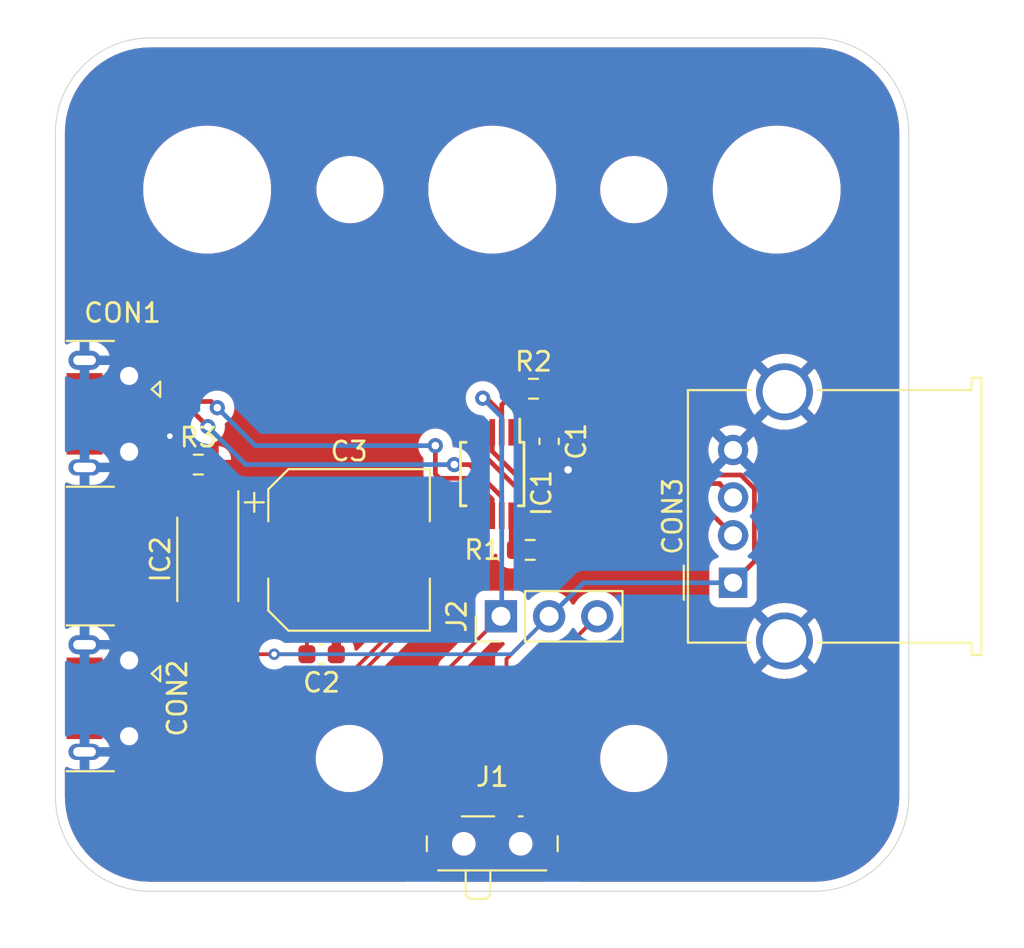
<source format=kicad_pcb>
(kicad_pcb (version 20221018) (generator pcbnew)
  (layers (0 "F.Cu" signal) (31 "B.Cu" signal) (34 "B.Paste" user) (35 "F.Paste" user) (36 "B.SilkS" user "B.Silkscreen") (37 "F.SilkS" user "F.Silkscreen") (38 "B.Mask" user) (39 "F.Mask" user) (44 "Edge.Cuts" user))
  (net 0 "")
  (net 1 "+5V")
  (net 2 "GND")
  (net 3 "/usb_negative_main")
  (net 4 "/usb_positive_main")
  (net 5 "/usb_negative_secondary_2")
  (net 6 "/usb_positive_secondary_2")
  (net 7 "/usb_id_secondary_1")
  (net 8 "/usb_positive_secondary_1")
  (net 9 "/usb_id_secondary_2")
  (net 10 "/usb_negative_secondary_1")
  (net 11 "/select")
  (net 12 "Net-(IC1-___oe)")
  (net 13 "/slide_switch_out_2")
  (net 14 "/5v_in_1_zz")
  (net 15 "/5v_in_2_zz")
  (net 16 "/status_zz")
  (net 17 "Net-(IC2-___ilim)")
  (footprint "oomlout_oomp_part_footprints:swsi1hs_electronic_switch_slide_2d54_header_surface_mount_single_pole_double_throw" (layer "F.Cu") (at 0.46 7.5 90)
    (fp_text reference "J2" (at 0 -2.33 90) (layer "F.SilkS"))
    (fp_text value "swsi1hs")
    (fp_line (start -1.33 -1.33) (end 0 -1.33) (stroke (width 0.12)) (layer "F.SilkS"))
    (fp_line (start -1.33 0) (end -1.33 -1.33) (stroke (width 0.12)) (layer "F.SilkS"))
    (fp_line (start -1.33 1.27) (end -1.33 6.41) (stroke (width 0.12)) (layer "F.SilkS"))
    (fp_line (start -1.33 1.27) (end 1.33 1.27) (stroke (width 0.12)) (layer "F.SilkS"))
    (fp_line (start -1.33 6.41) (end 1.33 6.41) (stroke (width 0.12)) (layer "F.SilkS"))
    (fp_line (start 1.33 1.27) (end 1.33 6.41) (stroke (width 0.12)) (layer "F.SilkS"))
    (pad "1" thru_hole rect (at 0 0 90) (size 1.7 1.7) (drill 1) (layers "*.Cu" "*.Mask") (net 11 "/select"))
    (pad "2" thru_hole oval (at 0 2.54 90) (size 1.7 1.7) (drill 1) (layers "*.Cu" "*.Mask") (net 1 "+5V"))
    (pad "3" thru_hole oval (at 0 5.08 90) (size 1.7 1.7) (drill 1) (layers "*.Cu" "*.Mask") (net 13 "/slide_switch_out_2"))
  )
  (footprint "oomlout_oomp_part_footprints:scuath_electronic_socket_usb_a_through_hole" (layer "F.Cu") (at 12.7 5.73 90)
    (fp_text reference "CON3" (at 3.5 -3.19 90) (layer "F.SilkS"))
    (fp_text value "scuath")
    (fp_line (start -3.81 12.58) (end -3.81 13.1) (stroke (width 0.12)) (layer "F.SilkS"))
    (fp_line (start -3.81 13.1) (end 10.81 13.1) (stroke (width 0.12)) (layer "F.SilkS"))
    (fp_line (start -3.16 -2.38) (end -3.16 0.95) (stroke (width 0.12)) (layer "F.SilkS"))
    (fp_line (start -3.16 -2.38) (end 10.16 -2.38) (stroke (width 0.12)) (layer "F.SilkS"))
    (fp_line (start -3.16 12.58) (end -3.81 12.58) (stroke (width 0.12)) (layer "F.SilkS"))
    (fp_line (start -3.16 12.58) (end -3.16 4.47) (stroke (width 0.12)) (layer "F.SilkS"))
    (fp_line (start -0.9 -2.6) (end 0.9 -2.6) (stroke (width 0.12)) (layer "F.SilkS"))
    (fp_line (start 10.16 -2.38) (end 10.16 0.95) (stroke (width 0.12)) (layer "F.SilkS"))
    (fp_line (start 10.16 4.47) (end 10.16 12.58) (stroke (width 0.12)) (layer "F.SilkS"))
    (fp_line (start 10.81 12.58) (end 10.16 12.58) (stroke (width 0.12)) (layer "F.SilkS"))
    (fp_line (start 10.81 13.1) (end 10.81 12.58) (stroke (width 0.12)) (layer "F.SilkS"))
    (pad "1" thru_hole rect (at 0 0 90) (size 1.6 1.5) (drill 0.95) (layers "*.Cu" "*.Mask") (net 1 "+5V"))
    (pad "2" thru_hole circle (at 2.5 0 90) (size 1.6 1.6) (drill 0.95) (layers "*.Cu" "*.Mask") (net 3 "/usb_negative_main"))
    (pad "3" thru_hole circle (at 4.5 0 90) (size 1.6 1.6) (drill 0.95) (layers "*.Cu" "*.Mask") (net 4 "/usb_positive_main"))
    (pad "4" thru_hole circle (at 7 0 90) (size 1.6 1.6) (drill 0.95) (layers "*.Cu" "*.Mask") (net 2 "GND"))
    (pad "5" thru_hole circle (at -3.07 2.71 90) (size 3 3) (drill 2.3) (layers "*.Cu" "*.Mask") (net 2 "GND"))
    (pad "5" thru_hole circle (at 10.07 2.71 90) (size 3 3) (drill 2.3) (layers "*.Cu" "*.Mask") (net 2 "GND"))
  )
  (footprint "oomlout_oomp_part_footprints:r6o271_electronic_resistor_0603_270_ohm" (layer "F.Cu") (at -15.5 -0.5)
    (fp_text reference "R3" (at 0 -1.43) (layer "F.SilkS"))
    (fp_text value "r6o271")
    (fp_line (start -0.237258 -0.5225) (end 0.237258 -0.5225) (stroke (width 0.12)) (layer "F.SilkS"))
    (fp_line (start -0.237258 0.5225) (end 0.237258 0.5225) (stroke (width 0.12)) (layer "F.SilkS"))
    (pad "1" smd roundrect (at -0.825 0) (size 0.8 0.95) (layers "F.Cu" "F.Paste" "F.Mask") (net 17 "Net-(IC2-___ilim)"))
    (pad "2" smd roundrect (at 0.825 0) (size 0.8 0.95) (layers "F.Cu" "F.Paste" "F.Mask") (net 2 "GND"))
  )
  (footprint "oomlout_oomp_part_footprints:mhm3_electronic_mounting_hole_m3" (layer "F.Cu") (at -7.535534 15)
    (fp_text reference "H7" hide)
    (fp_text value "mhm3" hide)
    (pad "" np_thru_hole circle (at 0 0) (size 3.2 3.2) (drill 3.2) (layers "F&B.Cu" "*.Mask"))
  )
  (footprint "oomlout_oomp_part_footprints:c6nf100_electronic_capacitor_0603_100_nano_farad" (layer "F.Cu") (at 3 -1.725 -90)
    (fp_text reference "C1" (at 0 -1.43 90) (layer "F.SilkS"))
    (fp_text value "c6nf100")
    (fp_line (start -0.14058 -0.51) (end 0.14058 -0.51) (stroke (width 0.12)) (layer "F.SilkS"))
    (fp_line (start -0.14058 0.51) (end 0.14058 0.51) (stroke (width 0.12)) (layer "F.SilkS"))
    (pad "1" smd roundrect (at -0.775 0 270) (size 0.9 0.95) (layers "F.Cu" "F.Paste" "F.Mask") (net 1 "+5V"))
    (pad "2" smd roundrect (at 0.775 0 270) (size 0.9 0.95) (layers "F.Cu" "F.Paste" "F.Mask") (net 2 "GND"))
  )
  (footprint "oomlout_oomp_part_footprints:imsp10mpump21rs2227_electronic_ic_msop_10_multiplexer_usb_multiplexer_two_to_one_jiangsu_runic_tech_rs2227xn" (layer "F.Cu") (at 0 0 -90)
    (fp_text reference "IC1" (at 1 -2.6 90) (layer "F.SilkS"))
    (fp_text value "imsp10mpump21rs2227")
    (fp_line (start -1.675 -1.675) (end -1.675 -1.45) (stroke (width 0.15)) (layer "F.SilkS"))
    (fp_line (start -1.675 -1.675) (end 1.675 -1.675) (stroke (width 0.15)) (layer "F.SilkS"))
    (fp_line (start -1.675 -1.45) (end -2.9 -1.45) (stroke (width 0.15)) (layer "F.SilkS"))
    (fp_line (start -1.675 1.675) (end -1.675 1.375) (stroke (width 0.15)) (layer "F.SilkS"))
    (fp_line (start -1.675 1.675) (end 1.675 1.675) (stroke (width 0.15)) (layer "F.SilkS"))
    (fp_line (start 1.675 -1.675) (end 1.675 -1.375) (stroke (width 0.15)) (layer "F.SilkS"))
    (fp_line (start 1.675 1.675) (end 1.675 1.375) (stroke (width 0.15)) (layer "F.SilkS"))
    (pad "1" smd rect (at -2.2 -1 270) (size 1.4 0.3) (layers "F.Cu" "F.Paste" "F.Mask") (net 1 "+5V"))
    (pad "2" smd rect (at -2.2 -0.5 270) (size 1.4 0.3) (layers "F.Cu" "F.Paste" "F.Mask") (net 11 "/select"))
    (pad "3" smd rect (at -2.2 0 270) (size 1.4 0.3) (layers "F.Cu" "F.Paste" "F.Mask") (net 4 "/usb_positive_main"))
    (pad "4" smd rect (at -2.2 0.5 270) (size 1.4 0.3) (layers "F.Cu" "F.Paste" "F.Mask") (net 3 "/usb_negative_main"))
    (pad "5" smd rect (at -2.2 1 270) (size 1.4 0.3) (layers "F.Cu" "F.Paste" "F.Mask") (net 2 "GND"))
    (pad "6" smd rect (at 2.2 1 270) (size 1.4 0.3) (layers "F.Cu" "F.Paste" "F.Mask") (net 10 "/usb_negative_secondary_1"))
    (pad "7" smd rect (at 2.2 0.5 270) (size 1.4 0.3) (layers "F.Cu" "F.Paste" "F.Mask") (net 8 "/usb_positive_secondary_1"))
    (pad "8" smd rect (at 2.2 0 270) (size 1.4 0.3) (layers "F.Cu" "F.Paste" "F.Mask") (net 5 "/usb_negative_secondary_2"))
    (pad "9" smd rect (at 2.2 -0.5 270) (size 1.4 0.3) (layers "F.Cu" "F.Paste" "F.Mask") (net 6 "/usb_positive_secondary_2"))
    (pad "10" smd rect (at 2.2 -1 270) (size 1.4 0.3) (layers "F.Cu" "F.Paste" "F.Mask") (net 12 "Net-(IC1-___oe)"))
  )
  (footprint "oomlout_oomp_part_footprints:mhm6_electronic_mounting_hole_m6" (layer "F.Cu") (at -15.035534 -15)
    (fp_text reference "H1" hide)
    (fp_text value "mhm6" hide)
    (pad "" np_thru_hole circle (at 0 0) (size 6.4 6.4) (drill 6.4) (layers "F&B.Cu" "*.Mask"))
  )
  (footprint "oomlout_oomp_part_footprints:itssp8mpptps2113_electronic_ic_tssop_8_multiplexer_power_multiplexer_texas_instruments_tps2113apw" (layer "F.Cu") (at -15 4.5 -90)
    (fp_text reference "IC2" (at 0 2.5 90) (layer "F.SilkS"))
    (fp_text value "itssp8mpptps2113")
    (fp_line (start 0 -1.61) (end -3.6 -1.61) (stroke (width 0.12)) (layer "F.SilkS"))
    (fp_line (start 0 -1.61) (end 2.2 -1.61) (stroke (width 0.12)) (layer "F.SilkS"))
    (fp_line (start 0 1.61) (end -2.2 1.61) (stroke (width 0.12)) (layer "F.SilkS"))
    (fp_line (start 0 1.61) (end 2.2 1.61) (stroke (width 0.12)) (layer "F.SilkS"))
    (pad "1" smd roundrect (at -2.8625 -0.975 270) (size 1.475 0.4) (layers "F.Cu" "F.Paste" "F.Mask") (net 16 "/status_zz"))
    (pad "2" smd roundrect (at -2.8625 -0.325 270) (size 1.475 0.4) (layers "F.Cu" "F.Paste" "F.Mask") (net 2 "GND"))
    (pad "3" smd roundrect (at -2.8625 0.325 270) (size 1.475 0.4) (layers "F.Cu" "F.Paste" "F.Mask") (net 14 "/5v_in_1_zz"))
    (pad "4" smd roundrect (at -2.8625 0.975 270) (size 1.475 0.4) (layers "F.Cu" "F.Paste" "F.Mask") (net 17 "Net-(IC2-___ilim)"))
    (pad "5" smd roundrect (at 2.8625 0.975 270) (size 1.475 0.4) (layers "F.Cu" "F.Paste" "F.Mask") (net 2 "GND"))
    (pad "6" smd roundrect (at 2.8625 0.325 270) (size 1.475 0.4) (layers "F.Cu" "F.Paste" "F.Mask") (net 15 "/5v_in_2_zz"))
    (pad "7" smd roundrect (at 2.8625 -0.325 270) (size 1.475 0.4) (layers "F.Cu" "F.Paste" "F.Mask") (net 1 "+5V"))
    (pad "8" smd roundrect (at 2.8625 -0.975 270) (size 1.475 0.4) (layers "F.Cu" "F.Paste" "F.Mask") (net 14 "/5v_in_1_zz"))
  )
  (footprint "oomlout_oomp_part_footprints:r6o103_electronic_resistor_0603_10000_ohm" (layer "F.Cu") (at 2 4)
    (fp_text reference "R1" (at -2.5 0) (layer "F.SilkS"))
    (fp_text value "r6o103")
    (fp_line (start -0.237258 -0.5225) (end 0.237258 -0.5225) (stroke (width 0.12)) (layer "F.SilkS"))
    (fp_line (start -0.237258 0.5225) (end 0.237258 0.5225) (stroke (width 0.12)) (layer "F.SilkS"))
    (pad "1" smd roundrect (at -0.825 0) (size 0.8 0.95) (layers "F.Cu" "F.Paste" "F.Mask") (net 12 "Net-(IC1-___oe)"))
    (pad "2" smd roundrect (at 0.825 0) (size 0.8 0.95) (layers "F.Cu" "F.Paste" "F.Mask") (net 2 "GND"))
  )
  (footprint "oomlout_oomp_part_footprints:r6o103_electronic_resistor_0603_10000_ohm" (layer "F.Cu") (at 2.175 -4.5)
    (fp_text reference "R2" (at 0 -1.43) (layer "F.SilkS"))
    (fp_text value "r6o103")
    (fp_line (start -0.237258 -0.5225) (end 0.237258 -0.5225) (stroke (width 0.12)) (layer "F.SilkS"))
    (fp_line (start -0.237258 0.5225) (end 0.237258 0.5225) (stroke (width 0.12)) (layer "F.SilkS"))
    (pad "1" smd roundrect (at -0.825 0) (size 0.8 0.95) (layers "F.Cu" "F.Paste" "F.Mask") (net 11 "/select"))
    (pad "2" smd roundrect (at 0.825 0) (size 0.8 0.95) (layers "F.Cu" "F.Paste" "F.Mask") (net 2 "GND"))
  )
  (footprint "oomlout_oomp_part_footprints:mhm3_electronic_mounting_hole_m3" (layer "F.Cu") (at 7.464466 15)
    (fp_text reference "H3" hide)
    (fp_text value "mhm3" hide)
    (pad "" np_thru_hole circle (at 0 0) (size 3.2 3.2) (drill 3.2) (layers "*.Cu" "*.Mask"))
  )
  (footprint "oomlout_oomp_part_footprints:scumcsm_electronic_socket_usb_micro_surface_mount" (layer "F.Cu") (at -21.11 -3.175 -90)
    (fp_text reference "CON1" (at -5.325 -1.61 -180) (layer "F.SilkS"))
    (fp_text value "scumcsm")
    (fp_line (start -3.845 -1.16) (end -3.845 1.33) (stroke (width 0.12)) (layer "F.SilkS"))
    (fp_line (start -1.7 -3.6) (end -0.9 -3.6) (stroke (width 0.12)) (layer "F.SilkS"))
    (fp_line (start -1.3 -3.15) (end -1.7 -3.6) (stroke (width 0.12)) (layer "F.SilkS"))
    (fp_line (start -0.9 -3.6) (end -1.3 -3.15) (stroke (width 0.12)) (layer "F.SilkS"))
    (fp_line (start 3.845 -1.16) (end 3.845 1.33) (stroke (width 0.12)) (layer "F.SilkS"))
    (pad "" np_thru_hole circle (at -2 -1.96 270) (size 0.6 0.6) (drill 0.6) (layers "F&B.Cu" "*.Mask"))
    (pad "" np_thru_hole circle (at 2 -1.96 270) (size 0.6 0.6) (drill 0.6) (layers "F&B.Cu" "*.Mask"))
    (pad "1" smd rect (at -1.3 -2.285 270) (size 0.4 1.35) (layers "F.Cu" "F.Paste" "F.Mask") (net 14 "/5v_in_1_zz"))
    (pad "2" smd rect (at -0.65 -2.285 270) (size 0.4 1.35) (layers "F.Cu" "F.Paste" "F.Mask") (net 5 "/usb_negative_secondary_2"))
    (pad "3" smd rect (at 0 -2.285 270) (size 0.4 1.35) (layers "F.Cu" "F.Paste" "F.Mask") (net 6 "/usb_positive_secondary_2"))
    (pad "4" smd rect (at 0.65 -2.285 270) (size 0.4 1.35) (layers "F.Cu" "F.Paste" "F.Mask") (net 9 "/usb_id_secondary_2"))
    (pad "5" smd rect (at 1.3 -2.285 270) (size 0.4 1.35) (layers "F.Cu" "F.Paste" "F.Mask") (net 2 "GND"))
    (pad "6" smd custom (at -3.1 -2.16 270) (size 1 1.1) (layers "F.Cu" "F.Paste" "F.Mask") (net 2 "GND") (options (clearance outline) (anchor rect)) (primitives (gr_poly (pts (xy 0.8 0.8) (xy -1.05 0.8) (xy -1.05 -0.8) (xy 1.05 -0.8) (xy 1.05 -0.35) (xy 0.55 0) (xy 0.55 0.4) (xy 0.8 0.65)) (width 0) (fill yes))))
    (pad "6" thru_hole oval (at -2.825 0.39 270) (size 1 1.7) (drill oval 0.5 1.2) (layers "*.Cu" "*.Mask") (net 2 "GND"))
    (pad "6" smd rect (at -1.2 0.39 270) (size 1.9 1.9) (layers "F.Cu" "F.Paste" "F.Mask") (net 2 "GND"))
    (pad "6" smd rect (at 1.2 0.39 270) (size 1.9 1.9) (layers "F.Cu" "F.Paste" "F.Mask") (net 2 "GND"))
    (pad "6" thru_hole oval (at 2.825 0.39 270) (size 0.85 1.7) (drill oval 0.5 1.2) (layers "*.Cu" "*.Mask") (net 2 "GND"))
    (pad "6" smd custom (at 3.1 -2.16 270) (size 1 1.1) (layers "F.Cu" "F.Paste" "F.Mask") (net 2 "GND") (options (clearance outline) (anchor rect)) (primitives (gr_poly (pts (xy -0.8 0.8) (xy 1.05 0.8) (xy 1.05 -0.8) (xy -1.05 -0.8) (xy -1.05 -0.35) (xy -0.55 0) (xy -0.55 0.4) (xy -0.8 0.65)) (width 0) (fill yes))))
  )
  (footprint "oomlout_oomp_part_footprints:mhm3_electronic_mounting_hole_m3" (layer "F.Cu") (at 7.464466 -15)
    (fp_text reference "H4" hide)
    (fp_text value "mhm3" hide)
    (pad "" np_thru_hole circle (at 0 0) (size 3.2 3.2) (drill 3.2) (layers "F&B.Cu" "*.Mask"))
  )
  (footprint "oomlout_oomp_part_footprints:mhm3_electronic_mounting_hole_m3" (layer "F.Cu") (at -7.5 -15)
    (fp_text reference "H6" hide)
    (fp_text value "mhm3" hide)
    (pad "" np_thru_hole circle (at 0 0) (size 3.2 3.2) (drill 3.2) (layers "*.Cu" "*.Mask"))
  )
  (footprint "oomlout_oomp_part_footprints:scumcsm_electronic_socket_usb_micro_surface_mount" (layer "F.Cu") (at -21.11 11.825 -90)
    (fp_text reference "CON2" (at 0 -4.5 90) (layer "F.SilkS"))
    (fp_text value "scumcsm")
    (fp_line (start -3.845 -1.16) (end -3.845 1.33) (stroke (width 0.12)) (layer "F.SilkS"))
    (fp_line (start -1.7 -3.6) (end -0.9 -3.6) (stroke (width 0.12)) (layer "F.SilkS"))
    (fp_line (start -1.3 -3.15) (end -1.7 -3.6) (stroke (width 0.12)) (layer "F.SilkS"))
    (fp_line (start -0.9 -3.6) (end -1.3 -3.15) (stroke (width 0.12)) (layer "F.SilkS"))
    (fp_line (start 3.845 -1.16) (end 3.845 1.33) (stroke (width 0.12)) (layer "F.SilkS"))
    (pad "" np_thru_hole circle (at -2 -1.96 270) (size 0.6 0.6) (drill 0.6) (layers "F&B.Cu" "*.Mask"))
    (pad "" np_thru_hole circle (at 2 -1.96 270) (size 0.6 0.6) (drill 0.6) (layers "F&B.Cu" "*.Mask"))
    (pad "1" smd rect (at -1.3 -2.285 270) (size 0.4 1.35) (layers "F.Cu" "F.Paste" "F.Mask") (net 15 "/5v_in_2_zz"))
    (pad "2" smd rect (at -0.65 -2.285 270) (size 0.4 1.35) (layers "F.Cu" "F.Paste" "F.Mask") (net 10 "/usb_negative_secondary_1"))
    (pad "3" smd rect (at 0 -2.285 270) (size 0.4 1.35) (layers "F.Cu" "F.Paste" "F.Mask") (net 8 "/usb_positive_secondary_1"))
    (pad "4" smd rect (at 0.65 -2.285 270) (size 0.4 1.35) (layers "F.Cu" "F.Paste" "F.Mask") (net 7 "/usb_id_secondary_1"))
    (pad "5" smd rect (at 1.3 -2.285 270) (size 0.4 1.35) (layers "F.Cu" "F.Paste" "F.Mask") (net 2 "GND"))
    (pad "6" smd custom (at -3.1 -2.16 270) (size 1 1.1) (layers "F.Cu" "F.Paste" "F.Mask") (net 2 "GND") (options (clearance outline) (anchor rect)) (primitives (gr_poly (pts (xy 0.8 0.8) (xy -1.05 0.8) (xy -1.05 -0.8) (xy 1.05 -0.8) (xy 1.05 -0.35) (xy 0.55 0) (xy 0.55 0.4) (xy 0.8 0.65)) (width 0) (fill yes))))
    (pad "6" thru_hole oval (at -2.825 0.39 270) (size 1 1.7) (drill oval 0.5 1.2) (layers "*.Cu" "*.Mask") (net 2 "GND"))
    (pad "6" smd rect (at -1.2 0.39 270) (size 1.9 1.9) (layers "F.Cu" "F.Paste" "F.Mask") (net 2 "GND"))
    (pad "6" smd rect (at 1.2 0.39 270) (size 1.9 1.9) (layers "F.Cu" "F.Paste" "F.Mask") (net 2 "GND"))
    (pad "6" thru_hole oval (at 2.825 0.39 270) (size 0.85 1.7) (drill oval 0.5 1.2) (layers "*.Cu" "*.Mask") (net 2 "GND"))
    (pad "6" smd custom (at 3.1 -2.16 270) (size 1 1.1) (layers "F.Cu" "F.Paste" "F.Mask") (net 2 "GND") (options (clearance outline) (anchor rect)) (primitives (gr_poly (pts (xy -0.8 0.8) (xy 1.05 0.8) (xy 1.05 -0.8) (xy -1.05 -0.8) (xy -1.05 -0.35) (xy -0.55 0) (xy -0.55 0.4) (xy -0.8 0.65)) (width 0) (fill yes))))
  )
  (footprint "oomlout_oomp_part_footprints:mhm6_electronic_mounting_hole_m6" (layer "F.Cu") (at 15 -15)
    (fp_text reference "H5" hide)
    (fp_text value "mhm6" hide)
    (pad "" np_thru_hole circle (at 0 0) (size 6.4 6.4) (drill 6.4) (layers "F&B.Cu" "*.Mask"))
  )
  (footprint "oomlout_oomp_part_footprints:sws2880s_electronic_switch_slide_2_8_mm_x_8_mm_x_1_4_mm_surface_mount_single_pole_double_throw" (layer "F.Cu") (at 0 19.17)
    (fp_text reference "J1" (at 0 -3.2) (layer "F.SilkS"))
    (fp_text value "sws2880s")
    (fp_line (start -3.45 -0.07) (end -3.45 0.72) (stroke (width 0.12)) (layer "F.SilkS"))
    (fp_line (start -2.85 1.73) (end 2.85 1.73) (stroke (width 0.12)) (layer "F.SilkS"))
    (fp_line (start -1.6 -1.12) (end 0.1 -1.12) (stroke (width 0.12)) (layer "F.SilkS"))
    (fp_line (start -1.4 1.73) (end -1.4 3.02) (stroke (width 0.12)) (layer "F.SilkS"))
    (fp_line (start -1.4 3.02) (end -1.2 3.23) (stroke (width 0.12)) (layer "F.SilkS"))
    (fp_line (start -1.2 3.23) (end -0.3 3.23) (stroke (width 0.12)) (layer "F.SilkS"))
    (fp_line (start -0.1 3.02) (end -0.3 3.23) (stroke (width 0.12)) (layer "F.SilkS"))
    (fp_line (start -0.1 3.02) (end -0.1 1.73) (stroke (width 0.12)) (layer "F.SilkS"))
    (fp_line (start 1.4 -1.12) (end 1.6 -1.12) (stroke (width 0.12)) (layer "F.SilkS"))
    (fp_line (start 3.45 0.72) (end 3.45 -0.07) (stroke (width 0.12)) (layer "F.SilkS"))
    (pad "" smd rect (at -3.65 -0.78) (size 1 0.8) (layers "F.Cu" "F.Paste" "F.Mask"))
    (pad "" smd rect (at -3.65 1.43) (size 1 0.8) (layers "F.Cu" "F.Paste" "F.Mask"))
    (pad "" np_thru_hole circle (at -1.5 0.33) (size 0.9 0.9) (drill 0.9) (layers "*.Cu" "*.Mask"))
    (pad "" np_thru_hole circle (at 1.5 0.33) (size 0.9 0.9) (drill 0.9) (layers "*.Cu" "*.Mask"))
    (pad "" smd rect (at 3.65 -0.78) (size 1 0.8) (layers "F.Cu" "F.Paste" "F.Mask"))
    (pad "" smd rect (at 3.65 1.43) (size 1 0.8) (layers "F.Cu" "F.Paste" "F.Mask"))
    (pad "1" smd rect (at -2.25 -1.43) (size 0.7 1.5) (layers "F.Cu" "F.Paste" "F.Mask") (net 11 "/select"))
    (pad "2" smd rect (at 0.75 -1.43) (size 0.7 1.5) (layers "F.Cu" "F.Paste" "F.Mask") (net 1 "+5V"))
    (pad "3" smd rect (at 2.25 -1.43) (size 0.7 1.5) (layers "F.Cu" "F.Paste" "F.Mask") (net 13 "/slide_switch_out_2"))
  )
  (footprint "oomlout_oomp_part_footprints:mhm6_electronic_mounting_hole_m6" (layer "F.Cu") (at 0 -15)
    (fp_text reference "H8" hide)
    (fp_text value "mhm6" hide)
    (pad "" np_thru_hole circle (at 0 0) (size 6.4 6.4) (drill 6.4) (layers "*.Cu" "*.Mask"))
  )
  (footprint "oomlout_oomp_part_footprints:c6nf100_electronic_capacitor_0603_100_nano_farad" (layer "F.Cu") (at -9 9.5)
    (fp_text reference "C2" (at 0 1.5) (layer "F.SilkS"))
    (fp_text value "c6nf100")
    (fp_line (start -0.14058 -0.51) (end 0.14058 -0.51) (stroke (width 0.12)) (layer "F.SilkS"))
    (fp_line (start -0.14058 0.51) (end 0.14058 0.51) (stroke (width 0.12)) (layer "F.SilkS"))
    (pad "1" smd roundrect (at -0.775 0) (size 0.9 0.95) (layers "F.Cu" "F.Paste" "F.Mask") (net 1 "+5V"))
    (pad "2" smd roundrect (at 0.775 0) (size 0.9 0.95) (layers "F.Cu" "F.Paste" "F.Mask") (net 2 "GND"))
  )
  (footprint "oomlout_oomp_part_footprints:c8d65tuf220v10_electronic_capacitor_8_mm_diameter_6_5_mm_tall_electrolytic_220_micro_farad_10_volt" (layer "F.Cu") (at -7.55 4)
    (fp_text reference "C3" (at 0 -5.2) (layer "F.SilkS"))
    (fp_text value "c8d65tuf220v10")
    (fp_line (start -5.5 -2.51) (end -4.5 -2.51) (stroke (width 0.12)) (layer "F.SilkS"))
    (fp_line (start -5 -3.01) (end -5 -2.01) (stroke (width 0.12)) (layer "F.SilkS"))
    (fp_line (start -4.26 -3.195563) (end -4.26 -1.51) (stroke (width 0.12)) (layer "F.SilkS"))
    (fp_line (start -4.26 -3.195563) (end -3.195563 -4.26) (stroke (width 0.12)) (layer "F.SilkS"))
    (fp_line (start -4.26 3.195563) (end -4.26 1.51) (stroke (width 0.12)) (layer "F.SilkS"))
    (fp_line (start -4.26 3.195563) (end -3.195563 4.26) (stroke (width 0.12)) (layer "F.SilkS"))
    (fp_line (start -3.195563 -4.26) (end 4.26 -4.26) (stroke (width 0.12)) (layer "F.SilkS"))
    (fp_line (start -3.195563 4.26) (end 4.26 4.26) (stroke (width 0.12)) (layer "F.SilkS"))
    (fp_line (start 4.26 -4.26) (end 4.26 -1.51) (stroke (width 0.12)) (layer "F.SilkS"))
    (fp_line (start 4.26 4.26) (end 4.26 1.51) (stroke (width 0.12)) (layer "F.SilkS"))
    (pad "1" smd roundrect (at -3.05 0) (size 4 2.5) (layers "F.Cu" "F.Paste" "F.Mask") (roundrect_rratio 0.1) (net 1 "+5V"))
    (pad "2" smd roundrect (at 3.05 0) (size 4 2.5) (layers "F.Cu" "F.Paste" "F.Mask") (roundrect_rratio 0.1) (net 2 "GND"))
  )
  (gr_arc (start -23.035534 -18) (mid -21.571068 -21.535534) (end -18.035534 -23) (stroke (width 0.05)) (layer "Edge.Cuts"))
  (gr_line (start 16.964466 22) (end -18.035534 22) (stroke (width 0.05)) (layer "Edge.Cuts"))
  (gr_arc (start -18.035534 22) (mid -21.571068 20.535534) (end -23.035534 17) (stroke (width 0.05)) (layer "Edge.Cuts"))
  (gr_line (start -23.035534 17) (end -23.035534 -18) (stroke (width 0.05)) (layer "Edge.Cuts"))
  (gr_line (start 21.964466 -18) (end 21.964466 17) (stroke (width 0.05)) (layer "Edge.Cuts"))
  (gr_line (start -18.035534 -23) (end 16.964466 -23) (stroke (width 0.05)) (layer "Edge.Cuts"))
  (gr_arc (start 21.964466 17) (mid 20.5 20.535534) (end 16.964466 22) (stroke (width 0.05)) (layer "Edge.Cuts"))
  (gr_arc (start 16.964466 -23) (mid 20.5 -21.535534) (end 21.964466 -18) (stroke (width 0.05)) (layer "Edge.Cuts"))
  (segment (start 0.75 18.57) (end 0.75 9.75) (width 0.2) (layer "F.Cu") (net 1))
  (segment (start 1 -2.2) (end 2.7 -2.2) (width 0.25) (layer "F.Cu") (net 1))
  (segment (start 0.75 9.75) (end 3 7.5) (width 0.2) (layer "F.Cu") (net 1))
  (segment (start -9.775 9.5) (end -9.775 4.825) (width 0.2) (layer "F.Cu") (net 1))
  (segment (start -14.675 7.3625) (end -14.675 8.325) (width 0.2) (layer "F.Cu") (net 1))
  (segment (start -13.5 9.5) (end -9.775 9.5) (width 0.2) (layer "F.Cu") (net 1))
  (segment (start 13.825 0.764009) (end 13.825 4.605) (width 0.25) (layer "F.Cu") (net 1))
  (segment (start -14.675 8.325) (end -13.5 9.5) (width 0.2) (layer "F.Cu") (net 1))
  (segment (start 5.55 0.05) (end 13.110991 0.05) (width 0.25) (layer "F.Cu") (net 1))
  (segment (start 3 -2.5) (end 5.55 0.05) (width 0.25) (layer "F.Cu") (net 1))
  (segment (start 2.7 -2.2) (end 3 -2.5) (width 0.25) (layer "F.Cu") (net 1))
  (segment (start 13.110991 0.05) (end 13.825 0.764009) (width 0.25) (layer "F.Cu") (net 1))
  (segment (start 13.825 4.605) (end 12.7 5.73) (width 0.25) (layer "F.Cu") (net 1))
  (segment (start -9.775 4.825) (end -10.6 4) (width 0.2) (layer "F.Cu") (net 1))
  (via (at -11.5 9.5) (size 0.6) (drill 0.3) (layers "F.Cu" "B.Cu") (net 1))
  (segment (start 3 7.5) (end 1 9.5) (width 0.2) (layer "B.Cu") (net 1))
  (segment (start 1 9.5) (end -11.5 9.5) (width 0.2) (layer "B.Cu") (net 1))
  (segment (start 4.81 5.73) (end 12.7 5.73) (width 0.25) (layer "B.Cu") (net 1))
  (segment (start 3.04 7.5) (end 4.81 5.73) (width 0.25) (layer "B.Cu") (net 1))
  (segment (start 3.05 -0.95) (end 4 0) (width 0.25) (layer "F.Cu") (net 2))
  (segment (start -18.925 -0.075) (end -17 -2) (width 0.2) (layer "F.Cu") (net 2))
  (segment (start 3 -0.95) (end 3.05 -0.95) (width 0.25) (layer "F.Cu") (net 2))
  (segment (start 4 0) (end 4 -0.2245) (width 0.25) (layer "F.Cu") (net 2))
  (segment (start -14.675 1.6375) (end -14.675 -0.5) (width 0.2) (layer "F.Cu") (net 2))
  (segment (start -1.2 -2.2) (end -2 -3) (width 0.2) (layer "F.Cu") (net 2))
  (segment (start -18.95 -0.075) (end -18.925 -0.075) (width 0.2) (layer "F.Cu") (net 2))
  (segment (start -17.875 13.125) (end -17.5 13.5) (width 0.2) (layer "F.Cu") (net 2))
  (segment (start -17.125 -1.875) (end -17 -2) (width 0.2) (layer "F.Cu") (net 2))
  (segment (start -18.825 13.125) (end -17.875 13.125) (width 0.2) (layer "F.Cu") (net 2))
  (segment (start -18.825 -1.875) (end -17.125 -1.875) (width 0.2) (layer "F.Cu") (net 2))
  (via (at 4 -0.2245) (size 0.8) (drill 0.4) (layers "F.Cu" "B.Cu") (net 2))
  (via (at -17 -2) (size 0.6) (drill 0.3) (layers "F.Cu" "B.Cu") (net 2))
  (segment (start -0.5 -1.063604) (end -0.5 -2.2) (width 0.25) (layer "F.Cu") (net 3))
  (segment (start 1.563604 1) (end -0.5 -1.063604) (width 0.25) (layer "F.Cu") (net 3))
  (segment (start 10.5 1) (end 1.563604 1) (width 0.25) (layer "F.Cu") (net 3))
  (segment (start 10.5 1.03) (end 10.5 1) (width 0.25) (layer "F.Cu") (net 3))
  (segment (start 12.7 3.23) (end 10.5 1.03) (width 0.25) (layer "F.Cu") (net 3))
  (segment (start 0 -1.2) (end 0 -2.2) (width 0.25) (layer "F.Cu") (net 4))
  (segment (start 12 0.5) (end 1.7 0.5) (width 0.25) (layer "F.Cu") (net 4))
  (segment (start 12.7 1.23) (end 12 0.53) (width 0.25) (layer "F.Cu") (net 4))
  (segment (start 1.7 0.5) (end 0 -1.2) (width 0.25) (layer "F.Cu") (net 4))
  (segment (start 12 0.53) (end 12 0.5) (width 0.25) (layer "F.Cu") (net 4))
  (segment (start 0 2.2) (end 0 1.336396) (width 0.25) (layer "F.Cu") (net 5))
  (segment (start -2.775 0.225) (end -3 0) (width 0.25) (layer "F.Cu") (net 5))
  (segment (start 0 1.336396) (end -1.168198 0.168198) (width 0.25) (layer "F.Cu") (net 5))
  (segment (start -1.225 0.225) (end -2.775 0.225) (width 0.25) (layer "F.Cu") (net 5))
  (segment (start -1.168198 0.168198) (end -1.225 0.225) (width 0.25) (layer "F.Cu") (net 5))
  (segment (start -18.825 -3.825) (end -14.825 -3.825) (width 0.25) (layer "F.Cu") (net 5))
  (segment (start -14.825 -3.825) (end -14.5 -3.5) (width 0.25) (layer "F.Cu") (net 5))
  (segment (start -3 0) (end -3 -1.5) (width 0.25) (layer "F.Cu") (net 5))
  (via (at -14.5 -3.5) (size 0.8) (drill 0.4) (layers "F.Cu" "B.Cu") (net 5))
  (via (at -3 -1.5) (size 0.8) (drill 0.4) (layers "F.Cu" "B.Cu") (net 5))
  (segment (start -14.5 -3.5) (end -12.5 -1.5) (width 0.25) (layer "B.Cu") (net 5))
  (segment (start -12.5 -1.5) (end -3 -1.5) (width 0.25) (layer "B.Cu") (net 5))
  (segment (start -15.675 -3.175) (end -15 -2.5) (width 0.25) (layer "F.Cu") (net 6))
  (segment (start 0.5 2.2) (end 0.5 1.2) (width 0.25) (layer "F.Cu") (net 6))
  (segment (start -18.825 -3.175) (end -15.675 -3.175) (width 0.25) (layer "F.Cu") (net 6))
  (segment (start -1.2 -0.5) (end -2 -0.5) (width 0.25) (layer "F.Cu") (net 6))
  (segment (start 0.5 1.2) (end -1.2 -0.5) (width 0.25) (layer "F.Cu") (net 6))
  (via (at -2 -0.5) (size 0.8) (drill 0.4) (layers "F.Cu" "B.Cu") (net 6))
  (via (at -15 -2.5) (size 0.8) (drill 0.4) (layers "F.Cu" "B.Cu") (net 6))
  (segment (start -15 -2.5) (end -13 -0.5) (width 0.25) (layer "B.Cu") (net 6))
  (segment (start -13 -0.5) (end -2 -0.5) (width 0.25) (layer "B.Cu") (net 6))
  (segment (start -0.5 2.2) (end -0.5 4.093502) (width 0.2) (layer "F.Cu") (net 8))
  (segment (start -8.231498 11.825) (end -18.825 11.825) (width 0.2) (layer "F.Cu") (net 8))
  (segment (start -0.5 4.093502) (end -8.231498 11.825) (width 0.2) (layer "F.Cu") (net 8))
  (segment (start -1 2.2) (end -1 4.027817) (width 0.2) (layer "F.Cu") (net 10))
  (segment (start -8.147183 11.175) (end -18.825 11.175) (width 0.2) (layer "F.Cu") (net 10))
  (segment (start -1 4.027817) (end -8.147183 11.175) (width 0.2) (layer "F.Cu") (net 10))
  (segment (start -2.25 18.57) (end -2.25 10.21) (width 0.2) (layer "F.Cu") (net 11))
  (segment (start -0.3 -4) (end -0.5 -4) (width 0.25) (layer "F.Cu") (net 11))
  (segment (start -2.25 10.21) (end 0.46 7.5) (width 0.2) (layer "F.Cu") (net 11))
  (segment (start 0.5 -3.2) (end -0.3 -4) (width 0.25) (layer "F.Cu") (net 11))
  (segment (start 0.5 -2.2) (end 0.5 -3.65) (width 0.25) (layer "F.Cu") (net 11))
  (segment (start 0.5 -2.2) (end 0.5 -3.2) (width 0.25) (layer "F.Cu") (net 11))
  (segment (start 0.5 -3.65) (end 1.35 -4.5) (width 0.25) (layer "F.Cu") (net 11))
  (via (at -0.5 -4) (size 0.8) (drill 0.4) (layers "F.Cu" "B.Cu") (net 11))
  (segment (start 0.5 -3) (end 0.5 7.5) (width 0.25) (layer "B.Cu") (net 11))
  (segment (start -0.5 -4) (end 0.5 -3) (width 0.25) (layer "B.Cu") (net 11))
  (segment (start 1 2.2) (end 1 3.825) (width 0.25) (layer "F.Cu") (net 12))
  (segment (start 1 3.825) (end 1.175 4) (width 0.25) (layer "F.Cu") (net 12))
  (segment (start 2.25 10.79) (end 5.54 7.5) (width 0.2) (layer "F.Cu") (net 13))
  (segment (start 2.25 18.57) (end 2.25 10.79) (width 0.2) (layer "F.Cu") (net 13))
  (segment (start -20.05 -4.125) (end -20.05 1.099264) (width 0.2) (layer "F.Cu") (net 14))
  (segment (start -15.325 2.325) (end -15.325 1.6375) (width 0.2) (layer "F.Cu") (net 14))
  (segment (start -18.474264 2.675) (end -15.675 2.675) (width 0.2) (layer "F.Cu") (net 14))
  (segment (start -18.825 -4.475) (end -19.7 -4.475) (width 0.2) (layer "F.Cu") (net 14))
  (segment (start -20.05 1.099264) (end -18.474264 2.675) (width 0.2) (layer "F.Cu") (net 14))
  (segment (start -14.025 4.325) (end -15.675 2.675) (width 0.2) (layer "F.Cu") (net 14))
  (segment (start -14.025 7.3625) (end -14.025 4.325) (width 0.2) (layer "F.Cu") (net 14))
  (segment (start -15.675 2.675) (end -15.325 2.325) (width 0.2) (layer "F.Cu") (net 14))
  (segment (start -19.7 -4.475) (end -20.05 -4.125) (width 0.2) (layer "F.Cu") (net 14))
  (segment (start -15.325 7.3625) (end -15.325 8.825) (width 0.2) (layer "F.Cu") (net 15))
  (segment (start -15.325 8.825) (end -17.025 10.525) (width 0.2) (layer "F.Cu") (net 15))
  (segment (start -17.025 10.525) (end -18.825 10.525) (width 0.2) (layer "F.Cu") (net 15))
  (segment (start -15.975 1.6375) (end -15.975 -0.15) (width 0.2) (layer "F.Cu") (net 17))
  (segment (start -15.975 -0.15) (end -16.325 -0.5) (width 0.2) (layer "F.Cu") (net 17))
  (zone (net 2) (net_name "GND") (layers "F&B.Cu") (connect_pads (clearance 0.5)) (min_thickness 0.2) (fill yes (thermal_gap 0.5) (thermal_bridge_width 0.5))
    (polygon (pts (xy -25 -25) (xy -25 25) (xy 25 25) (xy 25 -25)))
  )
)
</source>
